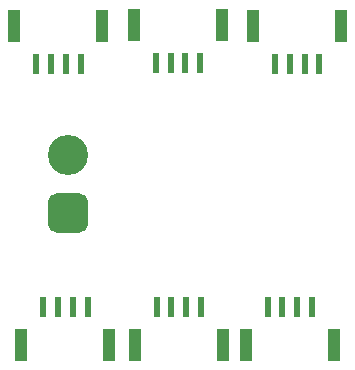
<source format=gbp>
G04*
G04 #@! TF.GenerationSoftware,Altium Limited,Altium Designer,19.1.8 (144)*
G04*
G04 Layer_Color=128*
%FSLAX44Y44*%
%MOMM*%
G71*
G01*
G75*
%ADD30R,1.0000X2.7000*%
%ADD31R,0.6000X1.7000*%
G04:AMPARAMS|DCode=32|XSize=3.4mm|YSize=3.4mm|CornerRadius=0.85mm|HoleSize=0mm|Usage=FLASHONLY|Rotation=180.000|XOffset=0mm|YOffset=0mm|HoleType=Round|Shape=RoundedRectangle|*
%AMROUNDEDRECTD32*
21,1,3.4000,1.7000,0,0,180.0*
21,1,1.7000,3.4000,0,0,180.0*
1,1,1.7000,-0.8500,0.8500*
1,1,1.7000,0.8500,0.8500*
1,1,1.7000,0.8500,-0.8500*
1,1,1.7000,-0.8500,-0.8500*
%
%ADD32ROUNDEDRECTD32*%
%ADD33C,3.4000*%
D30*
X1461750Y2589750D02*
D03*
X1536250D02*
D03*
X1535500Y2861000D02*
D03*
X1461000D02*
D03*
X1434250Y2860250D02*
D03*
X1359750D02*
D03*
X1636500Y2860000D02*
D03*
X1562000D02*
D03*
X1555750Y2589750D02*
D03*
X1630250D02*
D03*
X1365750D02*
D03*
X1440250D02*
D03*
D31*
X1480250Y2621750D02*
D03*
X1492750D02*
D03*
X1517750D02*
D03*
X1505250D02*
D03*
X1517000Y2829000D02*
D03*
X1504500D02*
D03*
X1479500D02*
D03*
X1492000D02*
D03*
X1415750Y2828250D02*
D03*
X1403250D02*
D03*
X1378250D02*
D03*
X1390750D02*
D03*
X1618000Y2828000D02*
D03*
X1605500D02*
D03*
X1580500D02*
D03*
X1593000D02*
D03*
X1574250Y2621750D02*
D03*
X1586750D02*
D03*
X1611750D02*
D03*
X1599250D02*
D03*
X1384250D02*
D03*
X1396750D02*
D03*
X1421750D02*
D03*
X1409250D02*
D03*
D32*
X1405000Y2702000D02*
D03*
D33*
Y2751000D02*
D03*
M02*

</source>
